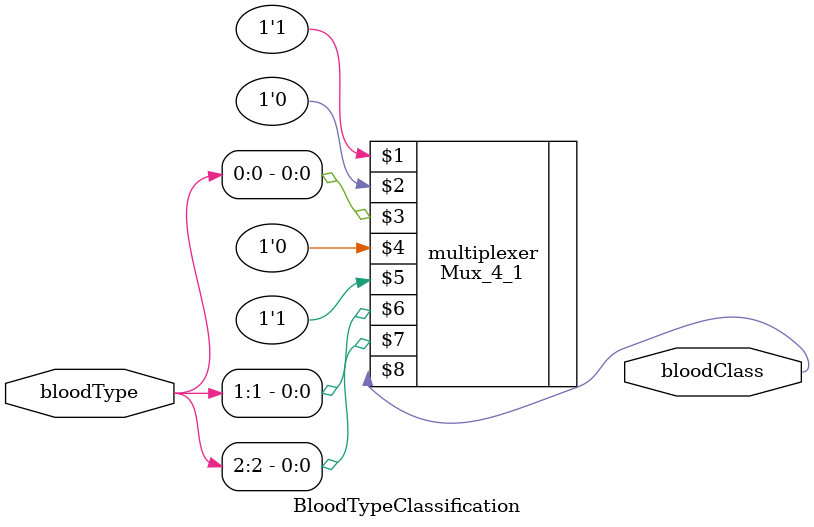
<source format=v>
`timescale 1ns / 1ps
`default_nettype none

/*
**********************************************************
** Logic Design Final Project Fall, 2019 Semester
** Amirkabir University of Technology (Tehran Polytechnic)
** Department of Computer Engineering (CEIT-AUT)
** Logic Circuit Design Laboratory
** https://ceit.aut.ac.ir
**********************************************************
** Student ID: 9623105
** Student ID: 9731131
**********************************************************
** Module Name: BloodTypeClassification
**********************************************************
** Additional Comments:
*/

module BloodTypeClassification(
        bloodType,
        bloodClass);
input [2:0] bloodType;
output bloodClass;

	Mux_4_1 multiplexer(1'b1, 1'b0, bloodType[0], 1'b0, 1'b1, bloodType[1], bloodType[2], bloodClass);
endmodule

</source>
